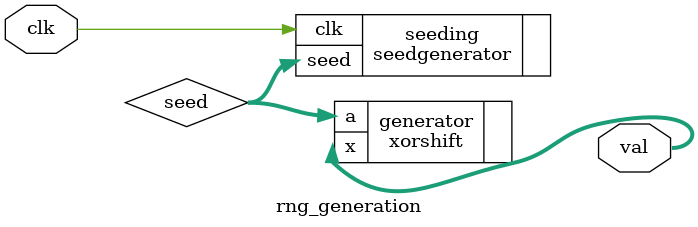
<source format=sv>
module rng_generation(
    input logic clk,
    output logic [31:0] val
);

logic [31:0] seed;
seedgenerator seeding (.clk(clk), .seed(seed));
xorshift generator(.a(seed), .x(val));


endmodule


</source>
